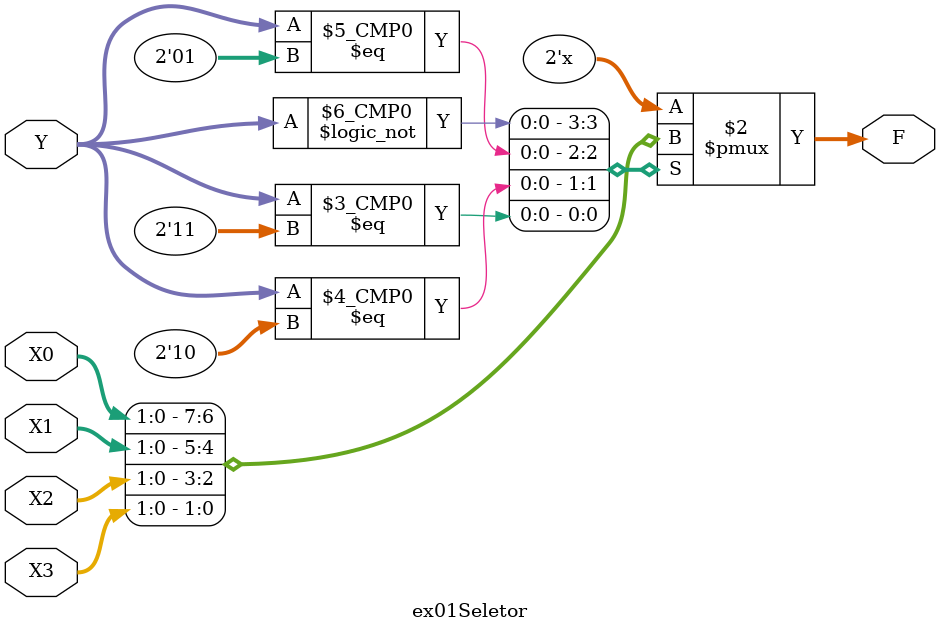
<source format=v>
  module ex01Seletor(
    input [1:0] X0,
    input [1:0] X1,
    input [1:0] X2,
    input [1:0] X3,
    input [1:0] Y,
    output reg [1:0] F
);

always @(*)  begin
    case(Y)
    2'b00:F=X0;
    2'b01:F=X1;
    2'b10:F=X2;
    2'b11:F=X3;
    default:F=2'b00;
    endcase
end
endmodule

</source>
